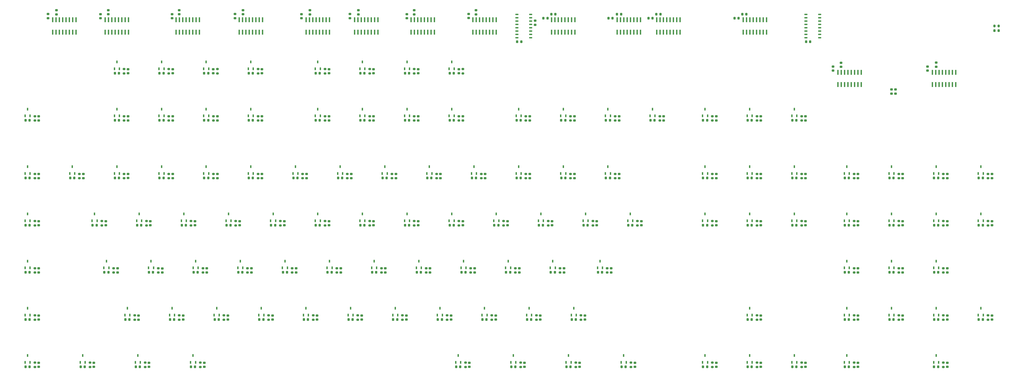
<source format=gbr>
%TF.GenerationSoftware,KiCad,Pcbnew,8.0.0*%
%TF.CreationDate,2025-05-08T15:49:05+08:00*%
%TF.ProjectId,keyboard,6b657962-6f61-4726-942e-6b696361645f,1.0*%
%TF.SameCoordinates,Original*%
%TF.FileFunction,Paste,Top*%
%TF.FilePolarity,Positive*%
%FSLAX46Y46*%
G04 Gerber Fmt 4.6, Leading zero omitted, Abs format (unit mm)*
G04 Created by KiCad (PCBNEW 8.0.0) date 2025-05-08 15:49:05*
%MOMM*%
%LPD*%
G01*
G04 APERTURE LIST*
G04 Aperture macros list*
%AMRoundRect*
0 Rectangle with rounded corners*
0 $1 Rounding radius*
0 $2 $3 $4 $5 $6 $7 $8 $9 X,Y pos of 4 corners*
0 Add a 4 corners polygon primitive as box body*
4,1,4,$2,$3,$4,$5,$6,$7,$8,$9,$2,$3,0*
0 Add four circle primitives for the rounded corners*
1,1,$1+$1,$2,$3*
1,1,$1+$1,$4,$5*
1,1,$1+$1,$6,$7*
1,1,$1+$1,$8,$9*
0 Add four rect primitives between the rounded corners*
20,1,$1+$1,$2,$3,$4,$5,0*
20,1,$1+$1,$4,$5,$6,$7,0*
20,1,$1+$1,$6,$7,$8,$9,0*
20,1,$1+$1,$8,$9,$2,$3,0*%
G04 Aperture macros list end*
%ADD10R,0.558800X1.092200*%
%ADD11RoundRect,0.225000X0.225000X0.250000X-0.225000X0.250000X-0.225000X-0.250000X0.225000X-0.250000X0*%
%ADD12RoundRect,0.200000X-0.275000X0.200000X-0.275000X-0.200000X0.275000X-0.200000X0.275000X0.200000X0*%
%ADD13RoundRect,0.225000X-0.250000X0.225000X-0.250000X-0.225000X0.250000X-0.225000X0.250000X0.225000X0*%
%ADD14RoundRect,0.225000X0.250000X-0.225000X0.250000X0.225000X-0.250000X0.225000X-0.250000X-0.225000X0*%
%ADD15R,0.558800X1.981200*%
%ADD16O,1.250000X0.549999*%
%ADD17RoundRect,0.218750X-0.218750X-0.256250X0.218750X-0.256250X0.218750X0.256250X-0.218750X0.256250X0*%
%ADD18RoundRect,0.225000X-0.225000X-0.250000X0.225000X-0.250000X0.225000X0.250000X-0.225000X0.250000X0*%
%ADD19RoundRect,0.218750X0.256250X-0.218750X0.256250X0.218750X-0.256250X0.218750X-0.256250X-0.218750X0*%
%ADD20RoundRect,0.200000X-0.200000X-0.275000X0.200000X-0.275000X0.200000X0.275000X-0.200000X0.275000X0*%
G04 APERTURE END LIST*
D10*
%TO.C,U115*%
X389049999Y-124308100D03*
X390950001Y-124308100D03*
X390000000Y-121691900D03*
%TD*%
D11*
%TO.C,C222*%
X373775000Y-144000000D03*
X372225000Y-144000000D03*
%TD*%
D12*
%TO.C,R96*%
X355750000Y-124425000D03*
X355750000Y-126075000D03*
%TD*%
D11*
%TO.C,C93*%
X129775000Y-86000000D03*
X128225000Y-86000000D03*
%TD*%
D13*
%TO.C,C138*%
X214250000Y-142475000D03*
X214250000Y-144025000D03*
%TD*%
D10*
%TO.C,U106*%
X335049999Y-84308100D03*
X336950001Y-84308100D03*
X336000000Y-81691900D03*
%TD*%
D14*
%TO.C,C32*%
X254250000Y-49525000D03*
X254250000Y-47975000D03*
%TD*%
D10*
%TO.C,U26*%
X85549999Y-124308100D03*
X87450001Y-124308100D03*
X86500000Y-121691900D03*
%TD*%
D12*
%TO.C,R65*%
X237750000Y-160425000D03*
X237750000Y-162075000D03*
%TD*%
%TO.C,R49*%
X203750000Y-160425000D03*
X203750000Y-162075000D03*
%TD*%
D10*
%TO.C,U126*%
X406049999Y-160308100D03*
X407950001Y-160308100D03*
X407000000Y-157691900D03*
%TD*%
D13*
%TO.C,C57*%
X90750000Y-124475000D03*
X90750000Y-126025000D03*
%TD*%
D11*
%TO.C,C47*%
X116775000Y-162000000D03*
X115225000Y-162000000D03*
%TD*%
D12*
%TO.C,R106*%
X409750000Y-106425000D03*
X409750000Y-108075000D03*
%TD*%
%TO.C,R32*%
X131750000Y-84425000D03*
X131750000Y-86075000D03*
%TD*%
D10*
%TO.C,U40*%
X132049999Y-160308100D03*
X133950001Y-160308100D03*
X133000000Y-157691900D03*
%TD*%
D12*
%TO.C,R110*%
X409750000Y-142425000D03*
X409750000Y-144075000D03*
%TD*%
%TO.C,R24*%
X144750000Y-142425000D03*
X144750000Y-144075000D03*
%TD*%
D11*
%TO.C,C69*%
X125750000Y-144000000D03*
X124200000Y-144000000D03*
%TD*%
D10*
%TO.C,U73*%
X213049999Y-106308100D03*
X214950001Y-106308100D03*
X214000000Y-103691900D03*
%TD*%
D11*
%TO.C,C186*%
X291275000Y-126000000D03*
X289725000Y-126000000D03*
%TD*%
D10*
%TO.C,U20*%
X60049999Y-142308100D03*
X61950001Y-142308100D03*
X61000000Y-139691900D03*
%TD*%
%TO.C,U87*%
X266049999Y-178308100D03*
X267950001Y-178308100D03*
X267000000Y-175691900D03*
%TD*%
D15*
%TO.C,U6*%
X185555000Y-52362200D03*
X186825000Y-52362200D03*
X188095000Y-52362200D03*
X189365000Y-52362200D03*
X190635000Y-52362200D03*
X191905000Y-52362200D03*
X193175000Y-52362200D03*
X194445000Y-52362200D03*
X194445000Y-47637800D03*
X193175000Y-47637800D03*
X191905000Y-47637800D03*
X190635000Y-47637800D03*
X189365000Y-47637800D03*
X188095000Y-47637800D03*
X186825000Y-47637800D03*
X185555000Y-47637800D03*
%TD*%
D11*
%TO.C,C163*%
X267775000Y-180000000D03*
X266225000Y-180000000D03*
%TD*%
%TO.C,C154*%
X244775000Y-144000000D03*
X243225000Y-144000000D03*
%TD*%
D10*
%TO.C,U44*%
X145049999Y-66308100D03*
X146950001Y-66308100D03*
X146000000Y-63691900D03*
%TD*%
D13*
%TO.C,C111*%
X167250000Y-106475000D03*
X167250000Y-108025000D03*
%TD*%
D10*
%TO.C,U41*%
X94049999Y-66308100D03*
X95950001Y-66308100D03*
X95000000Y-63691900D03*
%TD*%
D16*
%TO.C,U8*%
X252625001Y-54445000D03*
X252625001Y-53175000D03*
X252625001Y-51905000D03*
X252625001Y-50635000D03*
X252625001Y-49365000D03*
X252625001Y-48095000D03*
X252625001Y-46825000D03*
X252625001Y-45555000D03*
X247375001Y-45555000D03*
X247375001Y-46825000D03*
X247375001Y-48095000D03*
X247375001Y-49365000D03*
X247375001Y-50635000D03*
X247375001Y-51905000D03*
X247375001Y-53175000D03*
X247375001Y-54445000D03*
%TD*%
D13*
%TO.C,C172*%
X260750000Y-124475000D03*
X260750000Y-126025000D03*
%TD*%
D12*
%TO.C,R72*%
X269750000Y-178425000D03*
X269750000Y-180075000D03*
%TD*%
D11*
%TO.C,C128*%
X206275000Y-68000000D03*
X204725000Y-68000000D03*
%TD*%
D13*
%TO.C,C150*%
X235250000Y-106475000D03*
X235250000Y-108025000D03*
%TD*%
%TO.C,C254*%
X411250000Y-160475000D03*
X411250000Y-162025000D03*
%TD*%
D16*
%TO.C,U9*%
X362625001Y-54445000D03*
X362625001Y-53175000D03*
X362625001Y-51905000D03*
X362625001Y-50635000D03*
X362625001Y-49365000D03*
X362625001Y-48095000D03*
X362625001Y-46825000D03*
X362625001Y-45555000D03*
X357375001Y-45555000D03*
X357375001Y-46825000D03*
X357375001Y-48095000D03*
X357375001Y-49365000D03*
X357375001Y-50635000D03*
X357375001Y-51905000D03*
X357375001Y-53175000D03*
X357375001Y-54445000D03*
%TD*%
D12*
%TO.C,R81*%
X281750000Y-142425000D03*
X281750000Y-144075000D03*
%TD*%
%TO.C,R104*%
X392750000Y-160425000D03*
X392750000Y-162075000D03*
%TD*%
D11*
%TO.C,C36*%
X61775000Y-144000000D03*
X60225000Y-144000000D03*
%TD*%
D15*
%TO.C,U12*%
X260555000Y-52362200D03*
X261825000Y-52362200D03*
X263095000Y-52362200D03*
X264365000Y-52362200D03*
X265635000Y-52362200D03*
X266905000Y-52362200D03*
X268175000Y-52362200D03*
X269445000Y-52362200D03*
X269445000Y-47637800D03*
X268175000Y-47637800D03*
X266905000Y-47637800D03*
X265635000Y-47637800D03*
X264365000Y-47637800D03*
X263095000Y-47637800D03*
X261825000Y-47637800D03*
X260555000Y-47637800D03*
%TD*%
D11*
%TO.C,C188*%
X282775000Y-86000000D03*
X281225000Y-86000000D03*
%TD*%
D10*
%TO.C,U25*%
X77049999Y-106308100D03*
X78950001Y-106308100D03*
X78000000Y-103691900D03*
%TD*%
D13*
%TO.C,C201*%
X294750000Y-124475000D03*
X294750000Y-126025000D03*
%TD*%
%TO.C,C53*%
X65250000Y-178475000D03*
X65250000Y-180025000D03*
%TD*%
D11*
%TO.C,C226*%
X373750000Y-180000000D03*
X372200000Y-180000000D03*
%TD*%
D13*
%TO.C,C149*%
X218250000Y-106475000D03*
X218250000Y-108025000D03*
%TD*%
%TO.C,C88*%
X116250000Y-66475000D03*
X116250000Y-68025000D03*
%TD*%
%TO.C,C208*%
X323250000Y-178475000D03*
X323250000Y-180025000D03*
%TD*%
D11*
%TO.C,C41*%
X78775000Y-108000000D03*
X77225000Y-108000000D03*
%TD*%
%TO.C,C107*%
X193750000Y-144000000D03*
X192200000Y-144000000D03*
%TD*%
D13*
%TO.C,C252*%
X428250000Y-124475000D03*
X428250000Y-126025000D03*
%TD*%
D14*
%TO.C,C31*%
X403750000Y-67000000D03*
X403750000Y-65450000D03*
%TD*%
D11*
%TO.C,C34*%
X61775000Y-108000000D03*
X60225000Y-108000000D03*
%TD*%
D12*
%TO.C,R57*%
X225250000Y-84425000D03*
X225250000Y-86075000D03*
%TD*%
D13*
%TO.C,C231*%
X340250000Y-124475000D03*
X340250000Y-126025000D03*
%TD*%
D11*
%TO.C,C136*%
X223275000Y-126000000D03*
X221725000Y-126000000D03*
%TD*%
%TO.C,C37*%
X61775000Y-162000000D03*
X60225000Y-162000000D03*
%TD*%
%TO.C,C192*%
X336775000Y-162000000D03*
X335225000Y-162000000D03*
%TD*%
D13*
%TO.C,C81*%
X133250000Y-106475000D03*
X133250000Y-108025000D03*
%TD*%
D10*
%TO.C,U52*%
X170549999Y-124308100D03*
X172450001Y-124308100D03*
X171500000Y-121691900D03*
%TD*%
%TO.C,U68*%
X221549999Y-66308100D03*
X223450001Y-66308100D03*
X222500000Y-63691900D03*
%TD*%
D14*
%TO.C,C10*%
X165250000Y-47025000D03*
X165250000Y-45475000D03*
%TD*%
D11*
%TO.C,C74*%
X129775000Y-68000000D03*
X128225000Y-68000000D03*
%TD*%
D12*
%TO.C,R5*%
X63750000Y-142425000D03*
X63750000Y-144075000D03*
%TD*%
D17*
%TO.C,D1*%
X429212500Y-51750000D03*
X430787500Y-51750000D03*
%TD*%
D10*
%TO.C,U111*%
X352049999Y-124308100D03*
X353950001Y-124308100D03*
X353000000Y-121691900D03*
%TD*%
D12*
%TO.C,R36*%
X157250000Y-124425000D03*
X157250000Y-126075000D03*
%TD*%
%TO.C,R91*%
X338750000Y-84425000D03*
X338750000Y-86075000D03*
%TD*%
D10*
%TO.C,U81*%
X255549999Y-124308100D03*
X257450001Y-124308100D03*
X256500000Y-121691900D03*
%TD*%
D13*
%TO.C,C234*%
X394250000Y-106475000D03*
X394250000Y-108025000D03*
%TD*%
%TO.C,C84*%
X129250000Y-142475000D03*
X129250000Y-144025000D03*
%TD*%
D12*
%TO.C,R31*%
X114750000Y-84425000D03*
X114750000Y-86075000D03*
%TD*%
%TO.C,R101*%
X375750000Y-142425000D03*
X375750000Y-144075000D03*
%TD*%
D11*
%TO.C,C123*%
X210775000Y-144000000D03*
X209225000Y-144000000D03*
%TD*%
D13*
%TO.C,C237*%
X377250000Y-142475000D03*
X377250000Y-144025000D03*
%TD*%
D14*
%TO.C,C17*%
X390000000Y-75775000D03*
X390000000Y-74225000D03*
%TD*%
D12*
%TO.C,R12*%
X106250000Y-124425000D03*
X106250000Y-126075000D03*
%TD*%
D11*
%TO.C,C191*%
X319775000Y-126000000D03*
X318225000Y-126000000D03*
%TD*%
D15*
%TO.C,U7*%
X207055000Y-52362200D03*
X208325000Y-52362200D03*
X209595000Y-52362200D03*
X210865000Y-52362200D03*
X212135000Y-52362200D03*
X213405000Y-52362200D03*
X214675000Y-52362200D03*
X215945000Y-52362200D03*
X215945000Y-47637800D03*
X214675000Y-47637800D03*
X213405000Y-47637800D03*
X212135000Y-47637800D03*
X210865000Y-47637800D03*
X209595000Y-47637800D03*
X208325000Y-47637800D03*
X207055000Y-47637800D03*
%TD*%
D12*
%TO.C,R15*%
X101750000Y-160425000D03*
X101750000Y-162075000D03*
%TD*%
D10*
%TO.C,U79*%
X217049999Y-160308100D03*
X218950001Y-160308100D03*
X218000000Y-157691900D03*
%TD*%
D13*
%TO.C,C119*%
X201250000Y-106475000D03*
X201250000Y-108025000D03*
%TD*%
D10*
%TO.C,U75*%
X221549999Y-124308100D03*
X223450001Y-124308100D03*
X222500000Y-121691900D03*
%TD*%
D13*
%TO.C,C181*%
X269250000Y-84475000D03*
X269250000Y-86025000D03*
%TD*%
D12*
%TO.C,R112*%
X426750000Y-160425000D03*
X426750000Y-162075000D03*
%TD*%
D13*
%TO.C,C115*%
X180250000Y-142475000D03*
X180250000Y-144025000D03*
%TD*%
%TO.C,C250*%
X428250000Y-106475000D03*
X428250000Y-108025000D03*
%TD*%
D10*
%TO.C,U88*%
X287049999Y-178308100D03*
X288950001Y-178308100D03*
X288000000Y-175691900D03*
%TD*%
D11*
%TO.C,C100*%
X176775000Y-144000000D03*
X175225000Y-144000000D03*
%TD*%
%TO.C,C216*%
X336775000Y-126000000D03*
X335225000Y-126000000D03*
%TD*%
D12*
%TO.C,R97*%
X375750000Y-106425000D03*
X375750000Y-108075000D03*
%TD*%
%TO.C,R41*%
X169750000Y-160425000D03*
X169750000Y-162075000D03*
%TD*%
%TO.C,R77*%
X267750000Y-106425000D03*
X267750000Y-108075000D03*
%TD*%
D13*
%TO.C,C236*%
X394250000Y-124475000D03*
X394250000Y-126025000D03*
%TD*%
D10*
%TO.C,U101*%
X335049999Y-160308100D03*
X336950001Y-160308100D03*
X336000000Y-157691900D03*
%TD*%
D15*
%TO.C,U14*%
X333555000Y-52362200D03*
X334825000Y-52362200D03*
X336095000Y-52362200D03*
X337365000Y-52362200D03*
X338635000Y-52362200D03*
X339905000Y-52362200D03*
X341175000Y-52362200D03*
X342445000Y-52362200D03*
X342445000Y-47637800D03*
X341175000Y-47637800D03*
X339905000Y-47637800D03*
X338635000Y-47637800D03*
X337365000Y-47637800D03*
X336095000Y-47637800D03*
X334825000Y-47637800D03*
X333555000Y-47637800D03*
%TD*%
D10*
%TO.C,U104*%
X352049999Y-178308100D03*
X353950001Y-178308100D03*
X353000000Y-175691900D03*
%TD*%
D11*
%TO.C,C137*%
X240275000Y-126000000D03*
X238725000Y-126000000D03*
%TD*%
D13*
%TO.C,C86*%
X137250000Y-160475000D03*
X137250000Y-162025000D03*
%TD*%
D11*
%TO.C,C244*%
X407775000Y-126000000D03*
X406225000Y-126000000D03*
%TD*%
D10*
%TO.C,U36*%
X119549999Y-124308100D03*
X121450001Y-124308100D03*
X120500000Y-121691900D03*
%TD*%
D11*
%TO.C,C249*%
X407750000Y-180000000D03*
X406200000Y-180000000D03*
%TD*%
%TO.C,C153*%
X227775000Y-144000000D03*
X226225000Y-144000000D03*
%TD*%
%TO.C,C127*%
X189275000Y-68000000D03*
X187725000Y-68000000D03*
%TD*%
%TO.C,C218*%
X373750000Y-108000000D03*
X372200000Y-108000000D03*
%TD*%
D10*
%TO.C,U84*%
X268049999Y-160308100D03*
X269950001Y-160308100D03*
X269000000Y-157691900D03*
%TD*%
D12*
%TO.C,R2*%
X63750000Y-84425000D03*
X63750000Y-86075000D03*
%TD*%
D10*
%TO.C,U24*%
X102049999Y-178308100D03*
X103950001Y-178308100D03*
X103000000Y-175691900D03*
%TD*%
D15*
%TO.C,U16*%
X405555000Y-72362200D03*
X406825000Y-72362200D03*
X408095000Y-72362200D03*
X409365000Y-72362200D03*
X410635000Y-72362200D03*
X411905000Y-72362200D03*
X413175000Y-72362200D03*
X414445000Y-72362200D03*
X414445000Y-67637800D03*
X413175000Y-67637800D03*
X411905000Y-67637800D03*
X410635000Y-67637800D03*
X409365000Y-67637800D03*
X408095000Y-67637800D03*
X406825000Y-67637800D03*
X405555000Y-67637800D03*
%TD*%
D10*
%TO.C,U60*%
X204549999Y-124308100D03*
X206450001Y-124308100D03*
X205500000Y-121691900D03*
%TD*%
D15*
%TO.C,U5*%
X167055000Y-52362200D03*
X168325000Y-52362200D03*
X169595000Y-52362200D03*
X170865000Y-52362200D03*
X172135000Y-52362200D03*
X173405000Y-52362200D03*
X174675000Y-52362200D03*
X175945000Y-52362200D03*
X175945000Y-47637800D03*
X174675000Y-47637800D03*
X173405000Y-47637800D03*
X172135000Y-47637800D03*
X170865000Y-47637800D03*
X169595000Y-47637800D03*
X168325000Y-47637800D03*
X167055000Y-47637800D03*
%TD*%
D10*
%TO.C,U32*%
X123049999Y-178308100D03*
X124950001Y-178308100D03*
X124000000Y-175691900D03*
%TD*%
D12*
%TO.C,R17*%
X126750000Y-178425000D03*
X126750000Y-180075000D03*
%TD*%
%TO.C,R52*%
X208250000Y-66425000D03*
X208250000Y-68075000D03*
%TD*%
D11*
%TO.C,C165*%
X248775000Y-86000000D03*
X247225000Y-86000000D03*
%TD*%
D12*
%TO.C,R95*%
X338750000Y-124425000D03*
X338750000Y-126075000D03*
%TD*%
%TO.C,R53*%
X226750000Y-66425000D03*
X226750000Y-68075000D03*
%TD*%
%TO.C,R16*%
X118750000Y-160425000D03*
X118750000Y-162075000D03*
%TD*%
D13*
%TO.C,C52*%
X65250000Y-160475000D03*
X65250000Y-162025000D03*
%TD*%
D12*
%TO.C,R59*%
X233750000Y-106425000D03*
X233750000Y-108075000D03*
%TD*%
D10*
%TO.C,U39*%
X141049999Y-142308100D03*
X142950001Y-142308100D03*
X142000000Y-139691900D03*
%TD*%
D13*
%TO.C,C140*%
X205275000Y-160475000D03*
X205275000Y-162025000D03*
%TD*%
D11*
%TO.C,C159*%
X252775000Y-162000000D03*
X251225000Y-162000000D03*
%TD*%
D10*
%TO.C,U90*%
X264049999Y-84308100D03*
X265950001Y-84308100D03*
X265000000Y-81691900D03*
%TD*%
D11*
%TO.C,C124*%
X184750000Y-162000000D03*
X183200000Y-162000000D03*
%TD*%
D10*
%TO.C,U18*%
X60049999Y-106308100D03*
X61950001Y-106308100D03*
X61000000Y-103691900D03*
%TD*%
%TO.C,U28*%
X90049999Y-142308100D03*
X91950001Y-142308100D03*
X91000000Y-139691900D03*
%TD*%
%TO.C,U69*%
X170549999Y-84308100D03*
X172450001Y-84308100D03*
X171500000Y-81691900D03*
%TD*%
D13*
%TO.C,C147*%
X209750000Y-84475000D03*
X209750000Y-86025000D03*
%TD*%
D10*
%TO.C,U63*%
X183049999Y-160308100D03*
X184950001Y-160308100D03*
X184000000Y-157691900D03*
%TD*%
%TO.C,U53*%
X158049999Y-142308100D03*
X159950001Y-142308100D03*
X159000000Y-139691900D03*
%TD*%
%TO.C,U37*%
X136549999Y-124308100D03*
X138450001Y-124308100D03*
X137500000Y-121691900D03*
%TD*%
D13*
%TO.C,C144*%
X225250000Y-66475000D03*
X225250000Y-68025000D03*
%TD*%
%TO.C,C256*%
X411250000Y-178500000D03*
X411250000Y-180050000D03*
%TD*%
D12*
%TO.C,R28*%
X133250000Y-66425000D03*
X133250000Y-68075000D03*
%TD*%
D10*
%TO.C,U35*%
X128049999Y-106308100D03*
X129950001Y-106308100D03*
X129000000Y-103691900D03*
%TD*%
D13*
%TO.C,C198*%
X269250000Y-106475000D03*
X269250000Y-108025000D03*
%TD*%
D10*
%TO.C,U34*%
X111049999Y-106308100D03*
X112950001Y-106308100D03*
X112000000Y-103691900D03*
%TD*%
%TO.C,U70*%
X187549999Y-84308100D03*
X189450001Y-84308100D03*
X188500000Y-81691900D03*
%TD*%
%TO.C,U66*%
X187549999Y-66308100D03*
X189450001Y-66308100D03*
X188500000Y-63691900D03*
%TD*%
D14*
%TO.C,C13*%
X208250000Y-45550000D03*
X208250000Y-44000000D03*
%TD*%
D13*
%TO.C,C49*%
X65250000Y-106475000D03*
X65250000Y-108025000D03*
%TD*%
D14*
%TO.C,C3*%
X91750000Y-45525000D03*
X91750000Y-43975000D03*
%TD*%
D13*
%TO.C,C108*%
X133250000Y-84475000D03*
X133250000Y-86025000D03*
%TD*%
D12*
%TO.C,R8*%
X84750000Y-178425000D03*
X84750000Y-180075000D03*
%TD*%
D13*
%TO.C,C255*%
X428250000Y-160475000D03*
X428250000Y-162025000D03*
%TD*%
D10*
%TO.C,U102*%
X318049999Y-178308100D03*
X319950001Y-178308100D03*
X319000000Y-175691900D03*
%TD*%
D12*
%TO.C,R56*%
X208250000Y-84425000D03*
X208250000Y-86075000D03*
%TD*%
%TO.C,R10*%
X80750000Y-106425000D03*
X80750000Y-108075000D03*
%TD*%
D13*
%TO.C,C206*%
X323250000Y-124475000D03*
X323250000Y-126025000D03*
%TD*%
D11*
%TO.C,C195*%
X353750000Y-180000000D03*
X352200000Y-180000000D03*
%TD*%
D12*
%TO.C,R100*%
X392750000Y-124425000D03*
X392750000Y-126075000D03*
%TD*%
D15*
%TO.C,U15*%
X369555000Y-72362200D03*
X370825000Y-72362200D03*
X372095000Y-72362200D03*
X373365000Y-72362200D03*
X374635000Y-72362200D03*
X375905000Y-72362200D03*
X377175000Y-72362200D03*
X378445000Y-72362200D03*
X378445000Y-67637800D03*
X377175000Y-67637800D03*
X375905000Y-67637800D03*
X374635000Y-67637800D03*
X373365000Y-67637800D03*
X372095000Y-67637800D03*
X370825000Y-67637800D03*
X369555000Y-67637800D03*
%TD*%
D13*
%TO.C,C199*%
X286250000Y-106475000D03*
X286250000Y-108025000D03*
%TD*%
D11*
%TO.C,C183*%
X265775000Y-108000000D03*
X264225000Y-108000000D03*
%TD*%
D13*
%TO.C,C139*%
X188250000Y-160475000D03*
X188250000Y-162025000D03*
%TD*%
D11*
%TO.C,C245*%
X424775000Y-126000000D03*
X423225000Y-126000000D03*
%TD*%
%TO.C,C219*%
X390775000Y-108000000D03*
X389225000Y-108000000D03*
%TD*%
D13*
%TO.C,C118*%
X184225000Y-106475000D03*
X184225000Y-108025000D03*
%TD*%
D12*
%TO.C,R98*%
X392750000Y-106425000D03*
X392750000Y-108075000D03*
%TD*%
D11*
%TO.C,C125*%
X201750000Y-162000000D03*
X200200000Y-162000000D03*
%TD*%
D13*
%TO.C,C209*%
X340250000Y-178475000D03*
X340250000Y-180025000D03*
%TD*%
D12*
%TO.C,R20*%
X131750000Y-106425000D03*
X131750000Y-108075000D03*
%TD*%
%TO.C,R79*%
X276250000Y-124425000D03*
X276250000Y-126075000D03*
%TD*%
D13*
%TO.C,C55*%
X107250000Y-178475000D03*
X107250000Y-180025000D03*
%TD*%
D12*
%TO.C,R85*%
X321750000Y-124425000D03*
X321750000Y-126075000D03*
%TD*%
D13*
%TO.C,C83*%
X141750000Y-124475000D03*
X141750000Y-126025000D03*
%TD*%
%TO.C,C173*%
X265250000Y-142475000D03*
X265250000Y-144025000D03*
%TD*%
D12*
%TO.C,R68*%
X254750000Y-160425000D03*
X254750000Y-162075000D03*
%TD*%
%TO.C,R4*%
X63750000Y-124425000D03*
X63750000Y-126075000D03*
%TD*%
D13*
%TO.C,C152*%
X243750000Y-124475000D03*
X243750000Y-126025000D03*
%TD*%
D11*
%TO.C,C130*%
X172275000Y-86000000D03*
X170725000Y-86000000D03*
%TD*%
D10*
%TO.C,U120*%
X372049999Y-178308100D03*
X373950001Y-178308100D03*
X373000000Y-175691900D03*
%TD*%
D13*
%TO.C,C85*%
X146250000Y-142475000D03*
X146250000Y-144025000D03*
%TD*%
D12*
%TO.C,R50*%
X174250000Y-66425000D03*
X174250000Y-68075000D03*
%TD*%
D10*
%TO.C,U71*%
X204549999Y-84308100D03*
X206450001Y-84308100D03*
X205500000Y-81691900D03*
%TD*%
D12*
%TO.C,R45*%
X208250000Y-124425000D03*
X208250000Y-126075000D03*
%TD*%
D11*
%TO.C,C193*%
X319775000Y-180000000D03*
X318225000Y-180000000D03*
%TD*%
%TO.C,C102*%
X167775000Y-162000000D03*
X166225000Y-162000000D03*
%TD*%
D10*
%TO.C,U118*%
X372049999Y-160308100D03*
X373950001Y-160308100D03*
X373000000Y-157691900D03*
%TD*%
%TO.C,U61*%
X192049999Y-142308100D03*
X193950001Y-142308100D03*
X193000000Y-139691900D03*
%TD*%
D12*
%TO.C,R113*%
X409750000Y-178425000D03*
X409750000Y-180075000D03*
%TD*%
D11*
%TO.C,C167*%
X248775000Y-108000000D03*
X247225000Y-108000000D03*
%TD*%
D10*
%TO.C,U125*%
X406049999Y-142308100D03*
X407950001Y-142308100D03*
X407000000Y-139691900D03*
%TD*%
D13*
%TO.C,C121*%
X209750000Y-124475000D03*
X209750000Y-126025000D03*
%TD*%
D10*
%TO.C,U117*%
X389049999Y-142308100D03*
X390950001Y-142308100D03*
X390000000Y-139691900D03*
%TD*%
D13*
%TO.C,C180*%
X252250000Y-84475000D03*
X252250000Y-86025000D03*
%TD*%
D10*
%TO.C,U62*%
X209049999Y-142308100D03*
X210950001Y-142308100D03*
X210000000Y-139691900D03*
%TD*%
D13*
%TO.C,C202*%
X283250000Y-142475000D03*
X283250000Y-144025000D03*
%TD*%
D11*
%TO.C,C73*%
X112775000Y-68000000D03*
X111225000Y-68000000D03*
%TD*%
D18*
%TO.C,C15*%
X357500000Y-56000000D03*
X359050000Y-56000000D03*
%TD*%
D11*
%TO.C,C75*%
X146775000Y-68000000D03*
X145225000Y-68000000D03*
%TD*%
D13*
%TO.C,C238*%
X394250000Y-142475000D03*
X394250000Y-144025000D03*
%TD*%
D12*
%TO.C,R63*%
X246750000Y-142425000D03*
X246750000Y-144075000D03*
%TD*%
%TO.C,R23*%
X127750000Y-142425000D03*
X127750000Y-144075000D03*
%TD*%
D11*
%TO.C,C65*%
X112775000Y-108000000D03*
X111225000Y-108000000D03*
%TD*%
%TO.C,C189*%
X299775000Y-86000000D03*
X298225000Y-86000000D03*
%TD*%
D10*
%TO.C,U38*%
X124049999Y-142308100D03*
X125950001Y-142308100D03*
X125000000Y-139691900D03*
%TD*%
D13*
%TO.C,C59*%
X95250000Y-142475000D03*
X95250000Y-144025000D03*
%TD*%
D12*
%TO.C,R47*%
X212750000Y-142425000D03*
X212750000Y-144075000D03*
%TD*%
D13*
%TO.C,C60*%
X112250000Y-142500000D03*
X112250000Y-144050000D03*
%TD*%
D11*
%TO.C,C133*%
X223275000Y-86000000D03*
X221725000Y-86000000D03*
%TD*%
D10*
%TO.C,U43*%
X128049999Y-66308100D03*
X129950001Y-66308100D03*
X129000000Y-63691900D03*
%TD*%
%TO.C,U46*%
X111049999Y-84308100D03*
X112950001Y-84308100D03*
X112000000Y-81691900D03*
%TD*%
D13*
%TO.C,C175*%
X273250000Y-160475000D03*
X273250000Y-162025000D03*
%TD*%
D11*
%TO.C,C164*%
X288775000Y-180000000D03*
X287225000Y-180000000D03*
%TD*%
D12*
%TO.C,R27*%
X114750000Y-66425000D03*
X114750000Y-68075000D03*
%TD*%
%TO.C,R62*%
X229750000Y-142425000D03*
X229750000Y-144075000D03*
%TD*%
D13*
%TO.C,C251*%
X411250000Y-124475000D03*
X411250000Y-126025000D03*
%TD*%
D10*
%TO.C,U77*%
X226049999Y-142308100D03*
X227950001Y-142308100D03*
X227000000Y-139691900D03*
%TD*%
D11*
%TO.C,C26*%
X334750000Y-45500000D03*
X333200000Y-45500000D03*
%TD*%
D19*
%TO.C,FB1*%
X391500000Y-75787500D03*
X391500000Y-74212500D03*
%TD*%
D11*
%TO.C,C248*%
X424775000Y-162000000D03*
X423225000Y-162000000D03*
%TD*%
%TO.C,C43*%
X104275000Y-126000000D03*
X102725000Y-126000000D03*
%TD*%
D10*
%TO.C,U95*%
X289549999Y-124308100D03*
X291450001Y-124308100D03*
X290500000Y-121691900D03*
%TD*%
D12*
%TO.C,R34*%
X148750000Y-106425000D03*
X148750000Y-108075000D03*
%TD*%
D10*
%TO.C,U74*%
X230049999Y-106308100D03*
X231950001Y-106308100D03*
X231000000Y-103691900D03*
%TD*%
D12*
%TO.C,R39*%
X178750000Y-142425000D03*
X178750000Y-144075000D03*
%TD*%
D13*
%TO.C,C178*%
X271250000Y-178475000D03*
X271250000Y-180025000D03*
%TD*%
D10*
%TO.C,U114*%
X372049999Y-124308100D03*
X373950001Y-124308100D03*
X373000000Y-121691900D03*
%TD*%
D13*
%TO.C,C176*%
X229250000Y-178475000D03*
X229250000Y-180025000D03*
%TD*%
D15*
%TO.C,U3*%
X117555000Y-52362200D03*
X118825000Y-52362200D03*
X120095000Y-52362200D03*
X121365000Y-52362200D03*
X122635000Y-52362200D03*
X123905000Y-52362200D03*
X125175000Y-52362200D03*
X126445000Y-52362200D03*
X126445000Y-47637800D03*
X125175000Y-47637800D03*
X123905000Y-47637800D03*
X122635000Y-47637800D03*
X121365000Y-47637800D03*
X120095000Y-47637800D03*
X118825000Y-47637800D03*
X117555000Y-47637800D03*
%TD*%
D14*
%TO.C,C8*%
X140000000Y-47000000D03*
X140000000Y-45450000D03*
%TD*%
D12*
%TO.C,R38*%
X161750000Y-142425000D03*
X161750000Y-144075000D03*
%TD*%
D11*
%TO.C,C22*%
X287000000Y-45500000D03*
X285450000Y-45500000D03*
%TD*%
D10*
%TO.C,U116*%
X372049999Y-142308100D03*
X373950001Y-142308100D03*
X373000000Y-139691900D03*
%TD*%
D12*
%TO.C,R87*%
X321750000Y-178425000D03*
X321750000Y-180075000D03*
%TD*%
D14*
%TO.C,C9*%
X168500000Y-45550000D03*
X168500000Y-44000000D03*
%TD*%
D12*
%TO.C,R70*%
X227750000Y-178425000D03*
X227750000Y-180075000D03*
%TD*%
%TO.C,R80*%
X293250000Y-124425000D03*
X293250000Y-126075000D03*
%TD*%
%TO.C,R105*%
X375750000Y-178425000D03*
X375750000Y-180075000D03*
%TD*%
D10*
%TO.C,U96*%
X278049999Y-142308100D03*
X279950001Y-142308100D03*
X279000000Y-139691900D03*
%TD*%
D14*
%TO.C,C30*%
X407000000Y-65525000D03*
X407000000Y-63975000D03*
%TD*%
D13*
%TO.C,C233*%
X377250000Y-106475000D03*
X377250000Y-108025000D03*
%TD*%
D10*
%TO.C,U110*%
X335049999Y-124308100D03*
X336950001Y-124308100D03*
X336000000Y-121691900D03*
%TD*%
D13*
%TO.C,C207*%
X340250000Y-160475000D03*
X340250000Y-162025000D03*
%TD*%
%TO.C,C62*%
X120250000Y-160475000D03*
X120250000Y-162025000D03*
%TD*%
%TO.C,C169*%
X248250000Y-142475000D03*
X248250000Y-144025000D03*
%TD*%
%TO.C,C79*%
X99250000Y-106450000D03*
X99250000Y-108000000D03*
%TD*%
D15*
%TO.C,U11*%
X285555000Y-52362200D03*
X286825000Y-52362200D03*
X288095000Y-52362200D03*
X289365000Y-52362200D03*
X290635000Y-52362200D03*
X291905000Y-52362200D03*
X293175000Y-52362200D03*
X294445000Y-52362200D03*
X294445000Y-47637800D03*
X293175000Y-47637800D03*
X291905000Y-47637800D03*
X290635000Y-47637800D03*
X289365000Y-47637800D03*
X288095000Y-47637800D03*
X286825000Y-47637800D03*
X285555000Y-47637800D03*
%TD*%
D12*
%TO.C,R88*%
X338750000Y-178425000D03*
X338750000Y-180075000D03*
%TD*%
D11*
%TO.C,C160*%
X269775000Y-162000000D03*
X268225000Y-162000000D03*
%TD*%
D10*
%TO.C,U51*%
X153549999Y-124308100D03*
X155450001Y-124308100D03*
X154500000Y-121691900D03*
%TD*%
D13*
%TO.C,C168*%
X231250000Y-142475000D03*
X231250000Y-144025000D03*
%TD*%
D11*
%TO.C,C63*%
X124775000Y-180000000D03*
X123225000Y-180000000D03*
%TD*%
%TO.C,C24*%
X302000000Y-45500000D03*
X300450000Y-45500000D03*
%TD*%
D12*
%TO.C,R93*%
X338750000Y-106425000D03*
X338750000Y-108075000D03*
%TD*%
D10*
%TO.C,U59*%
X187549999Y-124308100D03*
X189450001Y-124308100D03*
X188500000Y-121691900D03*
%TD*%
D11*
%TO.C,C45*%
X108775000Y-144000000D03*
X107225000Y-144000000D03*
%TD*%
D10*
%TO.C,U54*%
X175049999Y-142308100D03*
X176950001Y-142308100D03*
X176000000Y-139691900D03*
%TD*%
D11*
%TO.C,C158*%
X261775000Y-144000000D03*
X260225000Y-144000000D03*
%TD*%
D13*
%TO.C,C205*%
X323250000Y-106475000D03*
X323250000Y-108025000D03*
%TD*%
%TO.C,C253*%
X411250000Y-142475000D03*
X411250000Y-144025000D03*
%TD*%
%TO.C,C204*%
X303250000Y-84475000D03*
X303250000Y-86025000D03*
%TD*%
D11*
%TO.C,C129*%
X223275000Y-68000000D03*
X221725000Y-68000000D03*
%TD*%
D13*
%TO.C,C114*%
X163250000Y-142475000D03*
X163250000Y-144025000D03*
%TD*%
%TO.C,C48*%
X65250000Y-84475000D03*
X65250000Y-86025000D03*
%TD*%
D12*
%TO.C,R78*%
X284750000Y-106425000D03*
X284750000Y-108075000D03*
%TD*%
%TO.C,R35*%
X165750000Y-106425000D03*
X165750000Y-108075000D03*
%TD*%
D10*
%TO.C,U82*%
X260049999Y-142308100D03*
X261950001Y-142308100D03*
X261000000Y-139691900D03*
%TD*%
D12*
%TO.C,R25*%
X135750000Y-160425000D03*
X135750000Y-162075000D03*
%TD*%
%TO.C,R51*%
X191250000Y-66425000D03*
X191250000Y-68075000D03*
%TD*%
D10*
%TO.C,U100*%
X318049999Y-124308100D03*
X319950001Y-124308100D03*
X319000000Y-121691900D03*
%TD*%
D11*
%TO.C,C135*%
X231750000Y-108000000D03*
X230200000Y-108000000D03*
%TD*%
D13*
%TO.C,C210*%
X357250000Y-178475000D03*
X357250000Y-180025000D03*
%TD*%
D11*
%TO.C,C25*%
X299000000Y-47000000D03*
X297450000Y-47000000D03*
%TD*%
D13*
%TO.C,C177*%
X250250000Y-178475000D03*
X250250000Y-180025000D03*
%TD*%
D11*
%TO.C,C42*%
X87275000Y-126000000D03*
X85725000Y-126000000D03*
%TD*%
D12*
%TO.C,R43*%
X199750000Y-106425000D03*
X199750000Y-108075000D03*
%TD*%
%TO.C,R103*%
X375750000Y-160425000D03*
X375750000Y-162075000D03*
%TD*%
D13*
%TO.C,C174*%
X256250000Y-160475000D03*
X256250000Y-162025000D03*
%TD*%
D11*
%TO.C,C98*%
X172275000Y-126000000D03*
X170725000Y-126000000D03*
%TD*%
D10*
%TO.C,U123*%
X406049999Y-124308100D03*
X407950001Y-124308100D03*
X407000000Y-121691900D03*
%TD*%
D11*
%TO.C,C106*%
X206275000Y-126000000D03*
X204725000Y-126000000D03*
%TD*%
D10*
%TO.C,U98*%
X298049999Y-84308100D03*
X299950001Y-84308100D03*
X299000000Y-81691900D03*
%TD*%
D15*
%TO.C,U4*%
X141555000Y-52362200D03*
X142825000Y-52362200D03*
X144095000Y-52362200D03*
X145365000Y-52362200D03*
X146635000Y-52362200D03*
X147905000Y-52362200D03*
X149175000Y-52362200D03*
X150445000Y-52362200D03*
X150445000Y-47637800D03*
X149175000Y-47637800D03*
X147905000Y-47637800D03*
X146635000Y-47637800D03*
X145365000Y-47637800D03*
X144095000Y-47637800D03*
X142825000Y-47637800D03*
X141555000Y-47637800D03*
%TD*%
D10*
%TO.C,U47*%
X128049999Y-84308100D03*
X129950001Y-84308100D03*
X129000000Y-81691900D03*
%TD*%
%TO.C,U83*%
X251049999Y-160308100D03*
X252950001Y-160308100D03*
X252000000Y-157691900D03*
%TD*%
D12*
%TO.C,R44*%
X191250000Y-124425000D03*
X191250000Y-126075000D03*
%TD*%
D13*
%TO.C,C113*%
X175750000Y-124475000D03*
X175750000Y-126025000D03*
%TD*%
D20*
%TO.C,R1*%
X429175000Y-50000000D03*
X430825000Y-50000000D03*
%TD*%
D12*
%TO.C,R108*%
X409750000Y-124425000D03*
X409750000Y-126075000D03*
%TD*%
D10*
%TO.C,U21*%
X60049999Y-160308100D03*
X61950001Y-160308100D03*
X61000000Y-157691900D03*
%TD*%
D11*
%TO.C,C33*%
X61775000Y-86000000D03*
X60225000Y-86000000D03*
%TD*%
D10*
%TO.C,U72*%
X221549999Y-84308100D03*
X223450001Y-84308100D03*
X222500000Y-81691900D03*
%TD*%
D12*
%TO.C,R89*%
X355750000Y-178425000D03*
X355750000Y-180075000D03*
%TD*%
D10*
%TO.C,U127*%
X423049999Y-160308100D03*
X424950001Y-160308100D03*
X424000000Y-157691900D03*
%TD*%
%TO.C,U128*%
X406049999Y-178308100D03*
X407950001Y-178308100D03*
X407000000Y-175691900D03*
%TD*%
%TO.C,U45*%
X94049999Y-84308100D03*
X95950001Y-84308100D03*
X95000000Y-81691900D03*
%TD*%
%TO.C,U94*%
X272549999Y-124308100D03*
X274450001Y-124308100D03*
X273500000Y-121691900D03*
%TD*%
D12*
%TO.C,R84*%
X321750000Y-106425000D03*
X321750000Y-108075000D03*
%TD*%
D13*
%TO.C,C58*%
X107750000Y-124475000D03*
X107750000Y-126025000D03*
%TD*%
D10*
%TO.C,U121*%
X406049999Y-106308100D03*
X407950001Y-106308100D03*
X407000000Y-103691900D03*
%TD*%
%TO.C,U50*%
X162049999Y-106308100D03*
X163950001Y-106308100D03*
X163000000Y-103691900D03*
%TD*%
D11*
%TO.C,C27*%
X331750000Y-47000000D03*
X330200000Y-47000000D03*
%TD*%
D12*
%TO.C,R73*%
X290750000Y-178425000D03*
X290750000Y-180075000D03*
%TD*%
D15*
%TO.C,U2*%
X90555000Y-52362200D03*
X91825000Y-52362200D03*
X93095000Y-52362200D03*
X94365000Y-52362200D03*
X95635000Y-52362200D03*
X96905000Y-52362200D03*
X98175000Y-52362200D03*
X99445000Y-52362200D03*
X99445000Y-47637800D03*
X98175000Y-47637800D03*
X96905000Y-47637800D03*
X95635000Y-47637800D03*
X94365000Y-47637800D03*
X93095000Y-47637800D03*
X91825000Y-47637800D03*
X90555000Y-47637800D03*
%TD*%
%TO.C,U1*%
X70555000Y-52362200D03*
X71825000Y-52362200D03*
X73095000Y-52362200D03*
X74365000Y-52362200D03*
X75635000Y-52362200D03*
X76905000Y-52362200D03*
X78175000Y-52362200D03*
X79445000Y-52362200D03*
X79445000Y-47637800D03*
X78175000Y-47637800D03*
X76905000Y-47637800D03*
X75635000Y-47637800D03*
X74365000Y-47637800D03*
X73095000Y-47637800D03*
X71825000Y-47637800D03*
X70555000Y-47637800D03*
%TD*%
D12*
%TO.C,R69*%
X271750000Y-160425000D03*
X271750000Y-162075000D03*
%TD*%
D10*
%TO.C,U109*%
X352049999Y-106308100D03*
X353950001Y-106308100D03*
X353000000Y-103691900D03*
%TD*%
D12*
%TO.C,R64*%
X220750000Y-160425000D03*
X220750000Y-162075000D03*
%TD*%
D10*
%TO.C,U58*%
X196049999Y-106308100D03*
X197950001Y-106308100D03*
X197000000Y-103691900D03*
%TD*%
%TO.C,U92*%
X264049999Y-106308100D03*
X265950001Y-106308100D03*
X265000000Y-103691900D03*
%TD*%
D13*
%TO.C,C120*%
X192750000Y-124475000D03*
X192750000Y-126025000D03*
%TD*%
D11*
%TO.C,C225*%
X390750000Y-162000000D03*
X389200000Y-162000000D03*
%TD*%
D13*
%TO.C,C141*%
X175750000Y-66475000D03*
X175750000Y-68025000D03*
%TD*%
D11*
%TO.C,C227*%
X407750000Y-108000000D03*
X406200000Y-108000000D03*
%TD*%
D10*
%TO.C,U124*%
X423049999Y-124308100D03*
X424950001Y-124308100D03*
X424000000Y-121691900D03*
%TD*%
%TO.C,U108*%
X335049999Y-106308100D03*
X336950001Y-106308100D03*
X336000000Y-103691900D03*
%TD*%
D11*
%TO.C,C126*%
X172275000Y-68000000D03*
X170725000Y-68000000D03*
%TD*%
%TO.C,C76*%
X95775000Y-86000000D03*
X94225000Y-86000000D03*
%TD*%
%TO.C,C161*%
X225750000Y-180000000D03*
X224200000Y-180000000D03*
%TD*%
D13*
%TO.C,C82*%
X124750000Y-124475000D03*
X124750000Y-126025000D03*
%TD*%
D14*
%TO.C,C29*%
X367750000Y-67025000D03*
X367750000Y-65475000D03*
%TD*%
D11*
%TO.C,C131*%
X189275000Y-86000000D03*
X187725000Y-86000000D03*
%TD*%
D10*
%TO.C,U99*%
X318049999Y-106308100D03*
X319950001Y-106308100D03*
X319000000Y-103691900D03*
%TD*%
D15*
%TO.C,U10*%
X230555000Y-52362200D03*
X231825000Y-52362200D03*
X233095000Y-52362200D03*
X234365000Y-52362200D03*
X235635000Y-52362200D03*
X236905000Y-52362200D03*
X238175000Y-52362200D03*
X239445000Y-52362200D03*
X239445000Y-47637800D03*
X238175000Y-47637800D03*
X236905000Y-47637800D03*
X235635000Y-47637800D03*
X234365000Y-47637800D03*
X233095000Y-47637800D03*
X231825000Y-47637800D03*
X230555000Y-47637800D03*
%TD*%
D13*
%TO.C,C170*%
X222250000Y-160475000D03*
X222250000Y-162025000D03*
%TD*%
D11*
%TO.C,C70*%
X142775000Y-144000000D03*
X141225000Y-144000000D03*
%TD*%
%TO.C,C197*%
X336775000Y-86000000D03*
X335225000Y-86000000D03*
%TD*%
D14*
%TO.C,C7*%
X143000000Y-45525000D03*
X143000000Y-43975000D03*
%TD*%
D10*
%TO.C,U57*%
X179049999Y-106308100D03*
X180950001Y-106308100D03*
X180000000Y-103691900D03*
%TD*%
%TO.C,U64*%
X200049999Y-160308100D03*
X201950001Y-160308100D03*
X201000000Y-157691900D03*
%TD*%
D13*
%TO.C,C91*%
X99250000Y-84475000D03*
X99250000Y-86025000D03*
%TD*%
D11*
%TO.C,C46*%
X99775000Y-162000000D03*
X98225000Y-162000000D03*
%TD*%
D14*
%TO.C,C18*%
X231750000Y-45550000D03*
X231750000Y-44000000D03*
%TD*%
D10*
%TO.C,U30*%
X98049999Y-160308100D03*
X99950001Y-160308100D03*
X99000000Y-157691900D03*
%TD*%
D11*
%TO.C,C64*%
X95775000Y-108000000D03*
X94225000Y-108000000D03*
%TD*%
D12*
%TO.C,R109*%
X426750000Y-124425000D03*
X426750000Y-126075000D03*
%TD*%
D13*
%TO.C,C241*%
X377250000Y-178475000D03*
X377250000Y-180025000D03*
%TD*%
D12*
%TO.C,R11*%
X89250000Y-124425000D03*
X89250000Y-126075000D03*
%TD*%
%TO.C,R61*%
X242250000Y-124425000D03*
X242250000Y-126075000D03*
%TD*%
D11*
%TO.C,C187*%
X279775000Y-144000000D03*
X278225000Y-144000000D03*
%TD*%
D12*
%TO.C,R83*%
X301750000Y-84425000D03*
X301750000Y-86075000D03*
%TD*%
D11*
%TO.C,C68*%
X138275000Y-126000000D03*
X136725000Y-126000000D03*
%TD*%
D13*
%TO.C,C229*%
X340250000Y-106475000D03*
X340250000Y-108025000D03*
%TD*%
%TO.C,C116*%
X154250000Y-160475000D03*
X154250000Y-162025000D03*
%TD*%
D14*
%TO.C,C12*%
X183750000Y-47000000D03*
X183750000Y-45450000D03*
%TD*%
D10*
%TO.C,U17*%
X60049999Y-84308100D03*
X61950001Y-84308100D03*
X61000000Y-81691900D03*
%TD*%
D11*
%TO.C,C156*%
X235775000Y-162000000D03*
X234225000Y-162000000D03*
%TD*%
D10*
%TO.C,U97*%
X281049999Y-84308100D03*
X282950001Y-84308100D03*
X282000000Y-81691900D03*
%TD*%
%TO.C,U103*%
X335049999Y-178308100D03*
X336950001Y-178308100D03*
X336000000Y-175691900D03*
%TD*%
D13*
%TO.C,C242*%
X411250000Y-106475000D03*
X411250000Y-108025000D03*
%TD*%
D10*
%TO.C,U23*%
X81049999Y-178308100D03*
X82950001Y-178308100D03*
X82000000Y-175691900D03*
%TD*%
D13*
%TO.C,C232*%
X357250000Y-124475000D03*
X357250000Y-126025000D03*
%TD*%
D11*
%TO.C,C247*%
X407775000Y-162025000D03*
X406225000Y-162025000D03*
%TD*%
D10*
%TO.C,U91*%
X247049999Y-106308100D03*
X248950001Y-106308100D03*
X248000000Y-103691900D03*
%TD*%
D13*
%TO.C,C240*%
X394250000Y-160475000D03*
X394250000Y-162025000D03*
%TD*%
%TO.C,C228*%
X357250000Y-84475000D03*
X357250000Y-86025000D03*
%TD*%
D11*
%TO.C,C71*%
X133800000Y-162000000D03*
X132250000Y-162000000D03*
%TD*%
D10*
%TO.C,U19*%
X60049999Y-124308100D03*
X61950001Y-124308100D03*
X61000000Y-121691900D03*
%TD*%
D11*
%TO.C,C23*%
X283750000Y-47000000D03*
X282200000Y-47000000D03*
%TD*%
D12*
%TO.C,R26*%
X97750000Y-66425000D03*
X97750000Y-68075000D03*
%TD*%
D11*
%TO.C,C155*%
X218775000Y-162000000D03*
X217225000Y-162000000D03*
%TD*%
D14*
%TO.C,C19*%
X229000000Y-46975000D03*
X229000000Y-45425000D03*
%TD*%
D13*
%TO.C,C54*%
X86250000Y-178475000D03*
X86250000Y-180025000D03*
%TD*%
D11*
%TO.C,C35*%
X61775000Y-126000000D03*
X60225000Y-126000000D03*
%TD*%
D10*
%TO.C,U105*%
X318049999Y-84308100D03*
X319950001Y-84308100D03*
X319000000Y-81691900D03*
%TD*%
D12*
%TO.C,R40*%
X152750000Y-160425000D03*
X152750000Y-162075000D03*
%TD*%
D10*
%TO.C,U107*%
X352049999Y-84308100D03*
X353950001Y-84308100D03*
X353000000Y-81691900D03*
%TD*%
D11*
%TO.C,C105*%
X189275000Y-126000000D03*
X187725000Y-126000000D03*
%TD*%
%TO.C,C77*%
X112775000Y-86000000D03*
X111225000Y-86000000D03*
%TD*%
D10*
%TO.C,U112*%
X372049999Y-106308100D03*
X373950001Y-106308100D03*
X373000000Y-103691900D03*
%TD*%
D12*
%TO.C,R48*%
X186750000Y-160425000D03*
X186750000Y-162075000D03*
%TD*%
D11*
%TO.C,C21*%
X259000000Y-47000000D03*
X257450000Y-47000000D03*
%TD*%
D13*
%TO.C,C117*%
X171250000Y-160475000D03*
X171250000Y-162025000D03*
%TD*%
%TO.C,C89*%
X131650000Y-66475000D03*
X131650000Y-68025000D03*
%TD*%
D11*
%TO.C,C96*%
X163775000Y-108000000D03*
X162225000Y-108000000D03*
%TD*%
%TO.C,C184*%
X282775000Y-108000000D03*
X281225000Y-108000000D03*
%TD*%
D13*
%TO.C,C171*%
X239250000Y-160475000D03*
X239250000Y-162025000D03*
%TD*%
D14*
%TO.C,C14*%
X205400000Y-47025000D03*
X205400000Y-45475000D03*
%TD*%
D13*
%TO.C,C110*%
X150250000Y-106475000D03*
X150250000Y-108025000D03*
%TD*%
D11*
%TO.C,C196*%
X319775000Y-86000000D03*
X318225000Y-86000000D03*
%TD*%
D13*
%TO.C,C142*%
X192750000Y-66475000D03*
X192750000Y-68025000D03*
%TD*%
D10*
%TO.C,U89*%
X247049999Y-84308100D03*
X248950001Y-84308100D03*
X248000000Y-81691900D03*
%TD*%
%TO.C,U22*%
X60049999Y-178308100D03*
X61950001Y-178308100D03*
X61000000Y-175691900D03*
%TD*%
%TO.C,U33*%
X94049999Y-106308100D03*
X95950001Y-106308100D03*
X95000000Y-103691900D03*
%TD*%
D11*
%TO.C,C134*%
X214775000Y-108000000D03*
X213225000Y-108000000D03*
%TD*%
%TO.C,C39*%
X82775000Y-180000000D03*
X81225000Y-180000000D03*
%TD*%
%TO.C,C38*%
X61775000Y-180000000D03*
X60225000Y-180000000D03*
%TD*%
D13*
%TO.C,C90*%
X150250000Y-66475000D03*
X150250000Y-68025000D03*
%TD*%
D10*
%TO.C,U48*%
X145049999Y-84308100D03*
X146950001Y-84308100D03*
X146000000Y-81691900D03*
%TD*%
D12*
%TO.C,R42*%
X182750000Y-106425000D03*
X182750000Y-108075000D03*
%TD*%
D10*
%TO.C,U80*%
X234049999Y-160308100D03*
X235950001Y-160308100D03*
X235000000Y-157691900D03*
%TD*%
D15*
%TO.C,U13*%
X300555000Y-52362200D03*
X301825000Y-52362200D03*
X303095000Y-52362200D03*
X304365000Y-52362200D03*
X305635000Y-52362200D03*
X306905000Y-52362200D03*
X308175000Y-52362200D03*
X309445000Y-52362200D03*
X309445000Y-47637800D03*
X308175000Y-47637800D03*
X306905000Y-47637800D03*
X305635000Y-47637800D03*
X304365000Y-47637800D03*
X303095000Y-47637800D03*
X301825000Y-47637800D03*
X300555000Y-47637800D03*
%TD*%
D11*
%TO.C,C94*%
X146750000Y-86000000D03*
X145200000Y-86000000D03*
%TD*%
D10*
%TO.C,U31*%
X115049999Y-160308100D03*
X116950001Y-160308100D03*
X116000000Y-157691900D03*
%TD*%
D11*
%TO.C,C72*%
X95775000Y-68000000D03*
X94225000Y-68000000D03*
%TD*%
D12*
%TO.C,R82*%
X284750000Y-84425000D03*
X284750000Y-86075000D03*
%TD*%
D13*
%TO.C,C151*%
X226750000Y-124475000D03*
X226750000Y-126025000D03*
%TD*%
D10*
%TO.C,U29*%
X107049999Y-142308100D03*
X108950001Y-142308100D03*
X108000000Y-139691900D03*
%TD*%
D13*
%TO.C,C235*%
X377250000Y-124475000D03*
X377250000Y-126025000D03*
%TD*%
D11*
%TO.C,C103*%
X180775000Y-108000000D03*
X179225000Y-108000000D03*
%TD*%
D12*
%TO.C,R9*%
X105750000Y-178425000D03*
X105750000Y-180075000D03*
%TD*%
D13*
%TO.C,C87*%
X99250000Y-66475000D03*
X99250000Y-68025000D03*
%TD*%
D14*
%TO.C,C4*%
X88750000Y-47025000D03*
X88750000Y-45475000D03*
%TD*%
D10*
%TO.C,U78*%
X243049999Y-142308100D03*
X244950001Y-142308100D03*
X244000000Y-139691900D03*
%TD*%
D11*
%TO.C,C40*%
X103775000Y-180000000D03*
X102225000Y-180000000D03*
%TD*%
D12*
%TO.C,R6*%
X63750000Y-160425000D03*
X63750000Y-162075000D03*
%TD*%
D11*
%TO.C,C194*%
X336750000Y-180000000D03*
X335200000Y-180000000D03*
%TD*%
%TO.C,C215*%
X353750000Y-108000000D03*
X352200000Y-108000000D03*
%TD*%
D12*
%TO.C,R37*%
X174250000Y-124425000D03*
X174250000Y-126075000D03*
%TD*%
%TO.C,R18*%
X97750000Y-106425000D03*
X97750000Y-108075000D03*
%TD*%
%TO.C,R55*%
X191250000Y-84425000D03*
X191250000Y-86075000D03*
%TD*%
D13*
%TO.C,C143*%
X209750000Y-66475000D03*
X209750000Y-68025000D03*
%TD*%
D10*
%TO.C,U65*%
X170549999Y-66308100D03*
X172450001Y-66308100D03*
X171500000Y-63691900D03*
%TD*%
D14*
%TO.C,C11*%
X187000000Y-45550000D03*
X187000000Y-44000000D03*
%TD*%
D10*
%TO.C,U76*%
X238549999Y-124308100D03*
X240450001Y-124308100D03*
X239500000Y-121691900D03*
%TD*%
D13*
%TO.C,C146*%
X192750000Y-84475000D03*
X192750000Y-86025000D03*
%TD*%
%TO.C,C179*%
X292250000Y-178475000D03*
X292250000Y-180025000D03*
%TD*%
%TO.C,C182*%
X252250000Y-106475000D03*
X252250000Y-108025000D03*
%TD*%
%TO.C,C50*%
X65250000Y-124475000D03*
X65250000Y-126025000D03*
%TD*%
D14*
%TO.C,C1*%
X72000000Y-45550000D03*
X72000000Y-44000000D03*
%TD*%
%TO.C,C28*%
X370750000Y-65550000D03*
X370750000Y-64000000D03*
%TD*%
D11*
%TO.C,C221*%
X390775000Y-126000000D03*
X389225000Y-126000000D03*
%TD*%
D13*
%TO.C,C203*%
X286250000Y-84475000D03*
X286250000Y-86025000D03*
%TD*%
%TO.C,C80*%
X116250000Y-106475000D03*
X116250000Y-108025000D03*
%TD*%
D10*
%TO.C,U119*%
X389049999Y-160308100D03*
X390950001Y-160308100D03*
X390000000Y-157691900D03*
%TD*%
D12*
%TO.C,R67*%
X263750000Y-142425000D03*
X263750000Y-144075000D03*
%TD*%
D11*
%TO.C,C99*%
X159775000Y-144000000D03*
X158225000Y-144000000D03*
%TD*%
%TO.C,C224*%
X373750000Y-162000000D03*
X372200000Y-162000000D03*
%TD*%
D13*
%TO.C,C211*%
X323250000Y-84475000D03*
X323250000Y-86025000D03*
%TD*%
%TO.C,C109*%
X150250000Y-84475000D03*
X150250000Y-86025000D03*
%TD*%
D12*
%TO.C,R102*%
X392750000Y-142425000D03*
X392750000Y-144075000D03*
%TD*%
D13*
%TO.C,C92*%
X116250000Y-84475000D03*
X116250000Y-86025000D03*
%TD*%
D12*
%TO.C,R90*%
X321750000Y-84425000D03*
X321750000Y-86075000D03*
%TD*%
D11*
%TO.C,C66*%
X129775000Y-108000000D03*
X128225000Y-108000000D03*
%TD*%
%TO.C,C162*%
X246775000Y-180000000D03*
X245225000Y-180000000D03*
%TD*%
%TO.C,C101*%
X150775000Y-162000000D03*
X149225000Y-162000000D03*
%TD*%
D12*
%TO.C,R86*%
X338750000Y-160425000D03*
X338750000Y-162075000D03*
%TD*%
D11*
%TO.C,C217*%
X353775000Y-126000000D03*
X352225000Y-126000000D03*
%TD*%
D12*
%TO.C,R107*%
X426750000Y-106425000D03*
X426750000Y-108075000D03*
%TD*%
D10*
%TO.C,U93*%
X281049999Y-106308100D03*
X282950001Y-106308100D03*
X282000000Y-103691900D03*
%TD*%
%TO.C,U85*%
X224049999Y-178308100D03*
X225950001Y-178308100D03*
X225000000Y-175691900D03*
%TD*%
D11*
%TO.C,C223*%
X390800000Y-144000000D03*
X389250000Y-144000000D03*
%TD*%
D10*
%TO.C,U42*%
X111049999Y-66308100D03*
X112950001Y-66308100D03*
X112000000Y-63691900D03*
%TD*%
D14*
%TO.C,C6*%
X116000000Y-47025000D03*
X116000000Y-45475000D03*
%TD*%
D13*
%TO.C,C122*%
X197250000Y-142475000D03*
X197250000Y-144025000D03*
%TD*%
D10*
%TO.C,U56*%
X166049999Y-160308100D03*
X167950001Y-160308100D03*
X167000000Y-157691900D03*
%TD*%
D11*
%TO.C,C95*%
X146750000Y-108000000D03*
X145200000Y-108000000D03*
%TD*%
%TO.C,C213*%
X353800000Y-86000000D03*
X352250000Y-86000000D03*
%TD*%
D13*
%TO.C,C148*%
X226750000Y-84475000D03*
X226750000Y-86025000D03*
%TD*%
D11*
%TO.C,C243*%
X424775000Y-108000000D03*
X423225000Y-108000000D03*
%TD*%
%TO.C,C67*%
X121275000Y-126000000D03*
X119725000Y-126000000D03*
%TD*%
D12*
%TO.C,R7*%
X63750000Y-178425000D03*
X63750000Y-180075000D03*
%TD*%
D11*
%TO.C,C185*%
X274275000Y-126000000D03*
X272725000Y-126000000D03*
%TD*%
D12*
%TO.C,R33*%
X148750000Y-84425000D03*
X148750000Y-86075000D03*
%TD*%
D11*
%TO.C,C190*%
X319775000Y-108000000D03*
X318225000Y-108000000D03*
%TD*%
%TO.C,C104*%
X197750000Y-108000000D03*
X196200000Y-108000000D03*
%TD*%
D13*
%TO.C,C61*%
X103250000Y-160500000D03*
X103250000Y-162050000D03*
%TD*%
D12*
%TO.C,R54*%
X174250000Y-84425000D03*
X174250000Y-86075000D03*
%TD*%
D10*
%TO.C,U113*%
X389049999Y-106308100D03*
X390950001Y-106308100D03*
X390000000Y-103691900D03*
%TD*%
D12*
%TO.C,R76*%
X250750000Y-106425000D03*
X250750000Y-108075000D03*
%TD*%
%TO.C,R58*%
X216750000Y-106425000D03*
X216750000Y-108075000D03*
%TD*%
D13*
%TO.C,C145*%
X175750000Y-84475000D03*
X175750000Y-86025000D03*
%TD*%
D10*
%TO.C,U67*%
X204549999Y-66308100D03*
X206450001Y-66308100D03*
X205500000Y-63691900D03*
%TD*%
D11*
%TO.C,C97*%
X155275000Y-126000000D03*
X153725000Y-126000000D03*
%TD*%
D12*
%TO.C,R94*%
X355750000Y-106425000D03*
X355750000Y-108075000D03*
%TD*%
D10*
%TO.C,U86*%
X245049999Y-178308100D03*
X246950001Y-178308100D03*
X246000000Y-175691900D03*
%TD*%
D11*
%TO.C,C214*%
X336750000Y-108000000D03*
X335200000Y-108000000D03*
%TD*%
D12*
%TO.C,R66*%
X259250000Y-124425000D03*
X259250000Y-126075000D03*
%TD*%
D13*
%TO.C,C78*%
X128250000Y-178475000D03*
X128250000Y-180025000D03*
%TD*%
D12*
%TO.C,R111*%
X409750000Y-160425000D03*
X409750000Y-162075000D03*
%TD*%
D13*
%TO.C,C212*%
X340250000Y-84475000D03*
X340250000Y-86025000D03*
%TD*%
D10*
%TO.C,U122*%
X423049999Y-106308100D03*
X424950001Y-106308100D03*
X424000000Y-103691900D03*
%TD*%
D11*
%TO.C,C220*%
X373775000Y-126000000D03*
X372225000Y-126000000D03*
%TD*%
D13*
%TO.C,C56*%
X82250000Y-106475000D03*
X82250000Y-108025000D03*
%TD*%
D12*
%TO.C,R71*%
X248750000Y-178425000D03*
X248750000Y-180075000D03*
%TD*%
D14*
%TO.C,C2*%
X68750000Y-47000000D03*
X68750000Y-45450000D03*
%TD*%
D12*
%TO.C,R30*%
X97750000Y-84425000D03*
X97750000Y-86075000D03*
%TD*%
D13*
%TO.C,C51*%
X65250000Y-142475000D03*
X65250000Y-144025000D03*
%TD*%
D12*
%TO.C,R21*%
X123250000Y-124425000D03*
X123250000Y-126075000D03*
%TD*%
D13*
%TO.C,C200*%
X277750000Y-124475000D03*
X277750000Y-126025000D03*
%TD*%
%TO.C,C239*%
X377250000Y-160475000D03*
X377250000Y-162025000D03*
%TD*%
D14*
%TO.C,C5*%
X118750000Y-45525000D03*
X118750000Y-43975000D03*
%TD*%
D12*
%TO.C,R22*%
X140250000Y-124425000D03*
X140250000Y-126075000D03*
%TD*%
D11*
%TO.C,C246*%
X407775000Y-144000000D03*
X406225000Y-144000000D03*
%TD*%
D12*
%TO.C,R99*%
X375750000Y-124425000D03*
X375750000Y-126075000D03*
%TD*%
D13*
%TO.C,C112*%
X158750000Y-124475000D03*
X158750000Y-126025000D03*
%TD*%
D12*
%TO.C,R19*%
X114750000Y-106425000D03*
X114750000Y-108075000D03*
%TD*%
%TO.C,R60*%
X225250000Y-124425000D03*
X225250000Y-126075000D03*
%TD*%
D10*
%TO.C,U27*%
X102549999Y-124308100D03*
X104450001Y-124308100D03*
X103500000Y-121691900D03*
%TD*%
D11*
%TO.C,C132*%
X206275000Y-86000000D03*
X204725000Y-86000000D03*
%TD*%
D13*
%TO.C,C230*%
X357250000Y-106475000D03*
X357250000Y-108025000D03*
%TD*%
D12*
%TO.C,R46*%
X195750000Y-142425000D03*
X195750000Y-144075000D03*
%TD*%
%TO.C,R74*%
X250750000Y-84425000D03*
X250750000Y-86075000D03*
%TD*%
%TO.C,R3*%
X63750000Y-106425000D03*
X63750000Y-108075000D03*
%TD*%
D18*
%TO.C,C16*%
X247450000Y-56000000D03*
X249000000Y-56000000D03*
%TD*%
D11*
%TO.C,C20*%
X262000000Y-45500000D03*
X260450000Y-45500000D03*
%TD*%
D12*
%TO.C,R29*%
X148750000Y-66425000D03*
X148750000Y-68075000D03*
%TD*%
%TO.C,R92*%
X355750000Y-84425000D03*
X355750000Y-86075000D03*
%TD*%
D10*
%TO.C,U49*%
X145049999Y-106308100D03*
X146950001Y-106308100D03*
X146000000Y-103691900D03*
%TD*%
D12*
%TO.C,R14*%
X110750000Y-142425000D03*
X110750000Y-144075000D03*
%TD*%
D11*
%TO.C,C44*%
X91775000Y-144000000D03*
X90225000Y-144000000D03*
%TD*%
D12*
%TO.C,R13*%
X93750000Y-142425000D03*
X93750000Y-144075000D03*
%TD*%
D10*
%TO.C,U55*%
X149049999Y-160308100D03*
X150950001Y-160308100D03*
X150000000Y-157691900D03*
%TD*%
D12*
%TO.C,R75*%
X267750000Y-84425000D03*
X267750000Y-86075000D03*
%TD*%
D11*
%TO.C,C166*%
X265750000Y-86000000D03*
X264200000Y-86000000D03*
%TD*%
%TO.C,C157*%
X257275000Y-126000000D03*
X255725000Y-126000000D03*
%TD*%
M02*

</source>
